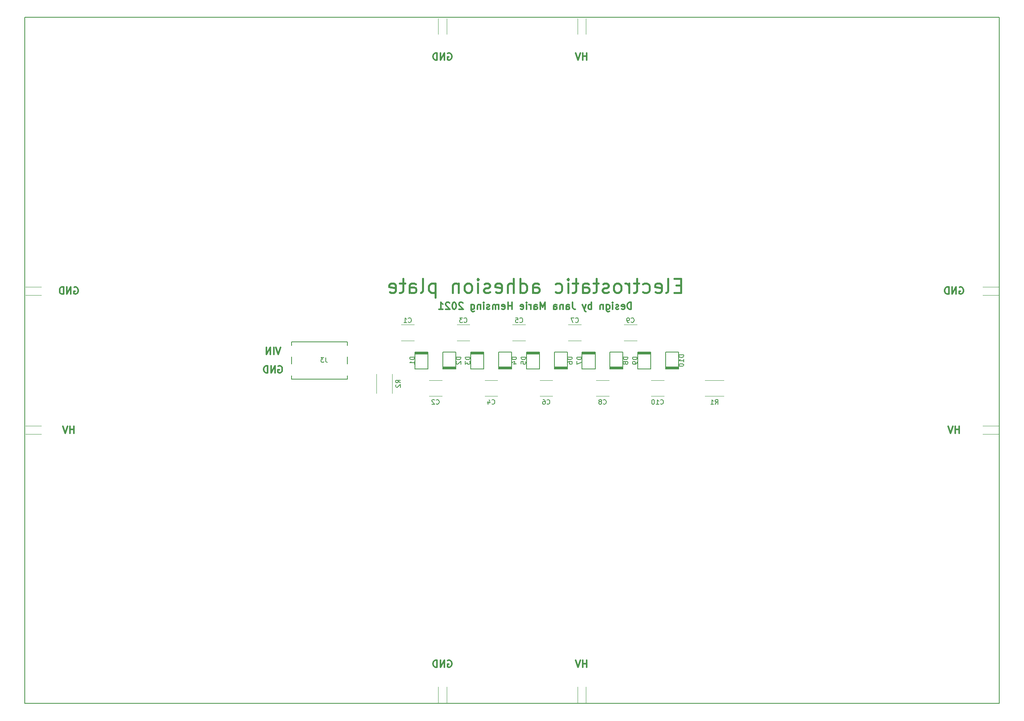
<source format=gbo>
%TF.GenerationSoftware,KiCad,Pcbnew,5.1.5+dfsg1-2build2*%
%TF.CreationDate,2021-10-11T18:15:36+02:00*%
%TF.ProjectId,Statikplatte,53746174-696b-4706-9c61-7474652e6b69,rev?*%
%TF.SameCoordinates,Original*%
%TF.FileFunction,Legend,Bot*%
%TF.FilePolarity,Positive*%
%FSLAX46Y46*%
G04 Gerber Fmt 4.6, Leading zero omitted, Abs format (unit mm)*
G04 Created by KiCad (PCBNEW 5.1.5+dfsg1-2build2) date 2021-10-11 18:15:36*
%MOMM*%
%LPD*%
G04 APERTURE LIST*
%ADD10C,0.400000*%
%ADD11C,0.300000*%
%ADD12C,0.150000*%
%ADD13C,0.120000*%
G04 APERTURE END LIST*
D10*
X156357142Y-72815714D02*
X155357142Y-72815714D01*
X154928571Y-74387142D02*
X156357142Y-74387142D01*
X156357142Y-71387142D01*
X154928571Y-71387142D01*
X153214285Y-74387142D02*
X153500000Y-74244285D01*
X153642857Y-73958571D01*
X153642857Y-71387142D01*
X150928571Y-74244285D02*
X151214285Y-74387142D01*
X151785714Y-74387142D01*
X152071428Y-74244285D01*
X152214285Y-73958571D01*
X152214285Y-72815714D01*
X152071428Y-72530000D01*
X151785714Y-72387142D01*
X151214285Y-72387142D01*
X150928571Y-72530000D01*
X150785714Y-72815714D01*
X150785714Y-73101428D01*
X152214285Y-73387142D01*
X148214285Y-74244285D02*
X148500000Y-74387142D01*
X149071428Y-74387142D01*
X149357142Y-74244285D01*
X149500000Y-74101428D01*
X149642857Y-73815714D01*
X149642857Y-72958571D01*
X149500000Y-72672857D01*
X149357142Y-72530000D01*
X149071428Y-72387142D01*
X148500000Y-72387142D01*
X148214285Y-72530000D01*
X147357142Y-72387142D02*
X146214285Y-72387142D01*
X146928571Y-71387142D02*
X146928571Y-73958571D01*
X146785714Y-74244285D01*
X146500000Y-74387142D01*
X146214285Y-74387142D01*
X145214285Y-74387142D02*
X145214285Y-72387142D01*
X145214285Y-72958571D02*
X145071428Y-72672857D01*
X144928571Y-72530000D01*
X144642857Y-72387142D01*
X144357142Y-72387142D01*
X142928571Y-74387142D02*
X143214285Y-74244285D01*
X143357142Y-74101428D01*
X143500000Y-73815714D01*
X143500000Y-72958571D01*
X143357142Y-72672857D01*
X143214285Y-72530000D01*
X142928571Y-72387142D01*
X142500000Y-72387142D01*
X142214285Y-72530000D01*
X142071428Y-72672857D01*
X141928571Y-72958571D01*
X141928571Y-73815714D01*
X142071428Y-74101428D01*
X142214285Y-74244285D01*
X142500000Y-74387142D01*
X142928571Y-74387142D01*
X140785714Y-74244285D02*
X140500000Y-74387142D01*
X139928571Y-74387142D01*
X139642857Y-74244285D01*
X139500000Y-73958571D01*
X139500000Y-73815714D01*
X139642857Y-73530000D01*
X139928571Y-73387142D01*
X140357142Y-73387142D01*
X140642857Y-73244285D01*
X140785714Y-72958571D01*
X140785714Y-72815714D01*
X140642857Y-72530000D01*
X140357142Y-72387142D01*
X139928571Y-72387142D01*
X139642857Y-72530000D01*
X138642857Y-72387142D02*
X137500000Y-72387142D01*
X138214285Y-71387142D02*
X138214285Y-73958571D01*
X138071428Y-74244285D01*
X137785714Y-74387142D01*
X137500000Y-74387142D01*
X135214285Y-74387142D02*
X135214285Y-72815714D01*
X135357142Y-72530000D01*
X135642857Y-72387142D01*
X136214285Y-72387142D01*
X136500000Y-72530000D01*
X135214285Y-74244285D02*
X135500000Y-74387142D01*
X136214285Y-74387142D01*
X136500000Y-74244285D01*
X136642857Y-73958571D01*
X136642857Y-73672857D01*
X136500000Y-73387142D01*
X136214285Y-73244285D01*
X135500000Y-73244285D01*
X135214285Y-73101428D01*
X134214285Y-72387142D02*
X133071428Y-72387142D01*
X133785714Y-71387142D02*
X133785714Y-73958571D01*
X133642857Y-74244285D01*
X133357142Y-74387142D01*
X133071428Y-74387142D01*
X132071428Y-74387142D02*
X132071428Y-72387142D01*
X132071428Y-71387142D02*
X132214285Y-71530000D01*
X132071428Y-71672857D01*
X131928571Y-71530000D01*
X132071428Y-71387142D01*
X132071428Y-71672857D01*
X129357142Y-74244285D02*
X129642857Y-74387142D01*
X130214285Y-74387142D01*
X130499999Y-74244285D01*
X130642857Y-74101428D01*
X130785714Y-73815714D01*
X130785714Y-72958571D01*
X130642857Y-72672857D01*
X130499999Y-72530000D01*
X130214285Y-72387142D01*
X129642857Y-72387142D01*
X129357142Y-72530000D01*
X124499999Y-74387142D02*
X124499999Y-72815714D01*
X124642857Y-72530000D01*
X124928571Y-72387142D01*
X125499999Y-72387142D01*
X125785714Y-72530000D01*
X124499999Y-74244285D02*
X124785714Y-74387142D01*
X125499999Y-74387142D01*
X125785714Y-74244285D01*
X125928571Y-73958571D01*
X125928571Y-73672857D01*
X125785714Y-73387142D01*
X125499999Y-73244285D01*
X124785714Y-73244285D01*
X124499999Y-73101428D01*
X121785714Y-74387142D02*
X121785714Y-71387142D01*
X121785714Y-74244285D02*
X122071428Y-74387142D01*
X122642857Y-74387142D01*
X122928571Y-74244285D01*
X123071428Y-74101428D01*
X123214285Y-73815714D01*
X123214285Y-72958571D01*
X123071428Y-72672857D01*
X122928571Y-72530000D01*
X122642857Y-72387142D01*
X122071428Y-72387142D01*
X121785714Y-72530000D01*
X120357142Y-74387142D02*
X120357142Y-71387142D01*
X119071428Y-74387142D02*
X119071428Y-72815714D01*
X119214285Y-72530000D01*
X119499999Y-72387142D01*
X119928571Y-72387142D01*
X120214285Y-72530000D01*
X120357142Y-72672857D01*
X116499999Y-74244285D02*
X116785714Y-74387142D01*
X117357142Y-74387142D01*
X117642857Y-74244285D01*
X117785714Y-73958571D01*
X117785714Y-72815714D01*
X117642857Y-72530000D01*
X117357142Y-72387142D01*
X116785714Y-72387142D01*
X116499999Y-72530000D01*
X116357142Y-72815714D01*
X116357142Y-73101428D01*
X117785714Y-73387142D01*
X115214285Y-74244285D02*
X114928571Y-74387142D01*
X114357142Y-74387142D01*
X114071428Y-74244285D01*
X113928571Y-73958571D01*
X113928571Y-73815714D01*
X114071428Y-73530000D01*
X114357142Y-73387142D01*
X114785714Y-73387142D01*
X115071428Y-73244285D01*
X115214285Y-72958571D01*
X115214285Y-72815714D01*
X115071428Y-72530000D01*
X114785714Y-72387142D01*
X114357142Y-72387142D01*
X114071428Y-72530000D01*
X112642857Y-74387142D02*
X112642857Y-72387142D01*
X112642857Y-71387142D02*
X112785714Y-71530000D01*
X112642857Y-71672857D01*
X112499999Y-71530000D01*
X112642857Y-71387142D01*
X112642857Y-71672857D01*
X110785714Y-74387142D02*
X111071428Y-74244285D01*
X111214285Y-74101428D01*
X111357142Y-73815714D01*
X111357142Y-72958571D01*
X111214285Y-72672857D01*
X111071428Y-72530000D01*
X110785714Y-72387142D01*
X110357142Y-72387142D01*
X110071428Y-72530000D01*
X109928571Y-72672857D01*
X109785714Y-72958571D01*
X109785714Y-73815714D01*
X109928571Y-74101428D01*
X110071428Y-74244285D01*
X110357142Y-74387142D01*
X110785714Y-74387142D01*
X108499999Y-72387142D02*
X108499999Y-74387142D01*
X108499999Y-72672857D02*
X108357142Y-72530000D01*
X108071428Y-72387142D01*
X107642857Y-72387142D01*
X107357142Y-72530000D01*
X107214285Y-72815714D01*
X107214285Y-74387142D01*
X103499999Y-72387142D02*
X103499999Y-75387142D01*
X103499999Y-72530000D02*
X103214285Y-72387142D01*
X102642857Y-72387142D01*
X102357142Y-72530000D01*
X102214285Y-72672857D01*
X102071428Y-72958571D01*
X102071428Y-73815714D01*
X102214285Y-74101428D01*
X102357142Y-74244285D01*
X102642857Y-74387142D01*
X103214285Y-74387142D01*
X103499999Y-74244285D01*
X100357142Y-74387142D02*
X100642857Y-74244285D01*
X100785714Y-73958571D01*
X100785714Y-71387142D01*
X97928571Y-74387142D02*
X97928571Y-72815714D01*
X98071428Y-72530000D01*
X98357142Y-72387142D01*
X98928571Y-72387142D01*
X99214285Y-72530000D01*
X97928571Y-74244285D02*
X98214285Y-74387142D01*
X98928571Y-74387142D01*
X99214285Y-74244285D01*
X99357142Y-73958571D01*
X99357142Y-73672857D01*
X99214285Y-73387142D01*
X98928571Y-73244285D01*
X98214285Y-73244285D01*
X97928571Y-73101428D01*
X96928571Y-72387142D02*
X95785714Y-72387142D01*
X96499999Y-71387142D02*
X96499999Y-73958571D01*
X96357142Y-74244285D01*
X96071428Y-74387142D01*
X95785714Y-74387142D01*
X93642857Y-74244285D02*
X93928571Y-74387142D01*
X94499999Y-74387142D01*
X94785714Y-74244285D01*
X94928571Y-73958571D01*
X94928571Y-72815714D01*
X94785714Y-72530000D01*
X94499999Y-72387142D01*
X93928571Y-72387142D01*
X93642857Y-72530000D01*
X93499999Y-72815714D01*
X93499999Y-73101428D01*
X94928571Y-73387142D01*
D11*
X216392857Y-73250000D02*
X216535714Y-73178571D01*
X216750000Y-73178571D01*
X216964285Y-73250000D01*
X217107142Y-73392857D01*
X217178571Y-73535714D01*
X217250000Y-73821428D01*
X217250000Y-74035714D01*
X217178571Y-74321428D01*
X217107142Y-74464285D01*
X216964285Y-74607142D01*
X216750000Y-74678571D01*
X216607142Y-74678571D01*
X216392857Y-74607142D01*
X216321428Y-74535714D01*
X216321428Y-74035714D01*
X216607142Y-74035714D01*
X215678571Y-74678571D02*
X215678571Y-73178571D01*
X214821428Y-74678571D01*
X214821428Y-73178571D01*
X214107142Y-74678571D02*
X214107142Y-73178571D01*
X213750000Y-73178571D01*
X213535714Y-73250000D01*
X213392857Y-73392857D01*
X213321428Y-73535714D01*
X213250000Y-73821428D01*
X213250000Y-74035714D01*
X213321428Y-74321428D01*
X213392857Y-74464285D01*
X213535714Y-74607142D01*
X213750000Y-74678571D01*
X214107142Y-74678571D01*
X25642857Y-73250000D02*
X25785714Y-73178571D01*
X26000000Y-73178571D01*
X26214285Y-73250000D01*
X26357142Y-73392857D01*
X26428571Y-73535714D01*
X26500000Y-73821428D01*
X26500000Y-74035714D01*
X26428571Y-74321428D01*
X26357142Y-74464285D01*
X26214285Y-74607142D01*
X26000000Y-74678571D01*
X25857142Y-74678571D01*
X25642857Y-74607142D01*
X25571428Y-74535714D01*
X25571428Y-74035714D01*
X25857142Y-74035714D01*
X24928571Y-74678571D02*
X24928571Y-73178571D01*
X24071428Y-74678571D01*
X24071428Y-73178571D01*
X23357142Y-74678571D02*
X23357142Y-73178571D01*
X23000000Y-73178571D01*
X22785714Y-73250000D01*
X22642857Y-73392857D01*
X22571428Y-73535714D01*
X22500000Y-73821428D01*
X22500000Y-74035714D01*
X22571428Y-74321428D01*
X22642857Y-74464285D01*
X22785714Y-74607142D01*
X23000000Y-74678571D01*
X23357142Y-74678571D01*
X106142857Y-153750000D02*
X106285714Y-153678571D01*
X106500000Y-153678571D01*
X106714285Y-153750000D01*
X106857142Y-153892857D01*
X106928571Y-154035714D01*
X107000000Y-154321428D01*
X107000000Y-154535714D01*
X106928571Y-154821428D01*
X106857142Y-154964285D01*
X106714285Y-155107142D01*
X106500000Y-155178571D01*
X106357142Y-155178571D01*
X106142857Y-155107142D01*
X106071428Y-155035714D01*
X106071428Y-154535714D01*
X106357142Y-154535714D01*
X105428571Y-155178571D02*
X105428571Y-153678571D01*
X104571428Y-155178571D01*
X104571428Y-153678571D01*
X103857142Y-155178571D02*
X103857142Y-153678571D01*
X103500000Y-153678571D01*
X103285714Y-153750000D01*
X103142857Y-153892857D01*
X103071428Y-154035714D01*
X103000000Y-154321428D01*
X103000000Y-154535714D01*
X103071428Y-154821428D01*
X103142857Y-154964285D01*
X103285714Y-155107142D01*
X103500000Y-155178571D01*
X103857142Y-155178571D01*
X106142857Y-22750000D02*
X106285714Y-22678571D01*
X106500000Y-22678571D01*
X106714285Y-22750000D01*
X106857142Y-22892857D01*
X106928571Y-23035714D01*
X107000000Y-23321428D01*
X107000000Y-23535714D01*
X106928571Y-23821428D01*
X106857142Y-23964285D01*
X106714285Y-24107142D01*
X106500000Y-24178571D01*
X106357142Y-24178571D01*
X106142857Y-24107142D01*
X106071428Y-24035714D01*
X106071428Y-23535714D01*
X106357142Y-23535714D01*
X105428571Y-24178571D02*
X105428571Y-22678571D01*
X104571428Y-24178571D01*
X104571428Y-22678571D01*
X103857142Y-24178571D02*
X103857142Y-22678571D01*
X103500000Y-22678571D01*
X103285714Y-22750000D01*
X103142857Y-22892857D01*
X103071428Y-23035714D01*
X103000000Y-23321428D01*
X103000000Y-23535714D01*
X103071428Y-23821428D01*
X103142857Y-23964285D01*
X103285714Y-24107142D01*
X103500000Y-24178571D01*
X103857142Y-24178571D01*
X136071428Y-24178571D02*
X136071428Y-22678571D01*
X136071428Y-23392857D02*
X135214285Y-23392857D01*
X135214285Y-24178571D02*
X135214285Y-22678571D01*
X134714285Y-22678571D02*
X134214285Y-24178571D01*
X133714285Y-22678571D01*
X136071428Y-155178571D02*
X136071428Y-153678571D01*
X136071428Y-154392857D02*
X135214285Y-154392857D01*
X135214285Y-155178571D02*
X135214285Y-153678571D01*
X134714285Y-153678571D02*
X134214285Y-155178571D01*
X133714285Y-153678571D01*
X216321428Y-104678571D02*
X216321428Y-103178571D01*
X216321428Y-103892857D02*
X215464285Y-103892857D01*
X215464285Y-104678571D02*
X215464285Y-103178571D01*
X214964285Y-103178571D02*
X214464285Y-104678571D01*
X213964285Y-103178571D01*
X25571428Y-104678571D02*
X25571428Y-103178571D01*
X25571428Y-103892857D02*
X24714285Y-103892857D01*
X24714285Y-104678571D02*
X24714285Y-103178571D01*
X24214285Y-103178571D02*
X23714285Y-104678571D01*
X23214285Y-103178571D01*
X145678571Y-77953571D02*
X145678571Y-76453571D01*
X145321428Y-76453571D01*
X145107142Y-76525000D01*
X144964285Y-76667857D01*
X144892857Y-76810714D01*
X144821428Y-77096428D01*
X144821428Y-77310714D01*
X144892857Y-77596428D01*
X144964285Y-77739285D01*
X145107142Y-77882142D01*
X145321428Y-77953571D01*
X145678571Y-77953571D01*
X143607142Y-77882142D02*
X143750000Y-77953571D01*
X144035714Y-77953571D01*
X144178571Y-77882142D01*
X144250000Y-77739285D01*
X144250000Y-77167857D01*
X144178571Y-77025000D01*
X144035714Y-76953571D01*
X143750000Y-76953571D01*
X143607142Y-77025000D01*
X143535714Y-77167857D01*
X143535714Y-77310714D01*
X144250000Y-77453571D01*
X142964285Y-77882142D02*
X142821428Y-77953571D01*
X142535714Y-77953571D01*
X142392857Y-77882142D01*
X142321428Y-77739285D01*
X142321428Y-77667857D01*
X142392857Y-77525000D01*
X142535714Y-77453571D01*
X142750000Y-77453571D01*
X142892857Y-77382142D01*
X142964285Y-77239285D01*
X142964285Y-77167857D01*
X142892857Y-77025000D01*
X142750000Y-76953571D01*
X142535714Y-76953571D01*
X142392857Y-77025000D01*
X141678571Y-77953571D02*
X141678571Y-76953571D01*
X141678571Y-76453571D02*
X141750000Y-76525000D01*
X141678571Y-76596428D01*
X141607142Y-76525000D01*
X141678571Y-76453571D01*
X141678571Y-76596428D01*
X140321428Y-76953571D02*
X140321428Y-78167857D01*
X140392857Y-78310714D01*
X140464285Y-78382142D01*
X140607142Y-78453571D01*
X140821428Y-78453571D01*
X140964285Y-78382142D01*
X140321428Y-77882142D02*
X140464285Y-77953571D01*
X140750000Y-77953571D01*
X140892857Y-77882142D01*
X140964285Y-77810714D01*
X141035714Y-77667857D01*
X141035714Y-77239285D01*
X140964285Y-77096428D01*
X140892857Y-77025000D01*
X140750000Y-76953571D01*
X140464285Y-76953571D01*
X140321428Y-77025000D01*
X139607142Y-76953571D02*
X139607142Y-77953571D01*
X139607142Y-77096428D02*
X139535714Y-77025000D01*
X139392857Y-76953571D01*
X139178571Y-76953571D01*
X139035714Y-77025000D01*
X138964285Y-77167857D01*
X138964285Y-77953571D01*
X137107142Y-77953571D02*
X137107142Y-76453571D01*
X137107142Y-77025000D02*
X136964285Y-76953571D01*
X136678571Y-76953571D01*
X136535714Y-77025000D01*
X136464285Y-77096428D01*
X136392857Y-77239285D01*
X136392857Y-77667857D01*
X136464285Y-77810714D01*
X136535714Y-77882142D01*
X136678571Y-77953571D01*
X136964285Y-77953571D01*
X137107142Y-77882142D01*
X135892857Y-76953571D02*
X135535714Y-77953571D01*
X135178571Y-76953571D02*
X135535714Y-77953571D01*
X135678571Y-78310714D01*
X135750000Y-78382142D01*
X135892857Y-78453571D01*
X133035714Y-76453571D02*
X133035714Y-77525000D01*
X133107142Y-77739285D01*
X133250000Y-77882142D01*
X133464285Y-77953571D01*
X133607142Y-77953571D01*
X131678571Y-77953571D02*
X131678571Y-77167857D01*
X131750000Y-77025000D01*
X131892857Y-76953571D01*
X132178571Y-76953571D01*
X132321428Y-77025000D01*
X131678571Y-77882142D02*
X131821428Y-77953571D01*
X132178571Y-77953571D01*
X132321428Y-77882142D01*
X132392857Y-77739285D01*
X132392857Y-77596428D01*
X132321428Y-77453571D01*
X132178571Y-77382142D01*
X131821428Y-77382142D01*
X131678571Y-77310714D01*
X130964285Y-76953571D02*
X130964285Y-77953571D01*
X130964285Y-77096428D02*
X130892857Y-77025000D01*
X130750000Y-76953571D01*
X130535714Y-76953571D01*
X130392857Y-77025000D01*
X130321428Y-77167857D01*
X130321428Y-77953571D01*
X128964285Y-77953571D02*
X128964285Y-77167857D01*
X129035714Y-77025000D01*
X129178571Y-76953571D01*
X129464285Y-76953571D01*
X129607142Y-77025000D01*
X128964285Y-77882142D02*
X129107142Y-77953571D01*
X129464285Y-77953571D01*
X129607142Y-77882142D01*
X129678571Y-77739285D01*
X129678571Y-77596428D01*
X129607142Y-77453571D01*
X129464285Y-77382142D01*
X129107142Y-77382142D01*
X128964285Y-77310714D01*
X127107142Y-77953571D02*
X127107142Y-76453571D01*
X126607142Y-77525000D01*
X126107142Y-76453571D01*
X126107142Y-77953571D01*
X124750000Y-77953571D02*
X124750000Y-77167857D01*
X124821428Y-77025000D01*
X124964285Y-76953571D01*
X125250000Y-76953571D01*
X125392857Y-77025000D01*
X124750000Y-77882142D02*
X124892857Y-77953571D01*
X125250000Y-77953571D01*
X125392857Y-77882142D01*
X125464285Y-77739285D01*
X125464285Y-77596428D01*
X125392857Y-77453571D01*
X125250000Y-77382142D01*
X124892857Y-77382142D01*
X124750000Y-77310714D01*
X124035714Y-77953571D02*
X124035714Y-76953571D01*
X124035714Y-77239285D02*
X123964285Y-77096428D01*
X123892857Y-77025000D01*
X123750000Y-76953571D01*
X123607142Y-76953571D01*
X123107142Y-77953571D02*
X123107142Y-76953571D01*
X123107142Y-76453571D02*
X123178571Y-76525000D01*
X123107142Y-76596428D01*
X123035714Y-76525000D01*
X123107142Y-76453571D01*
X123107142Y-76596428D01*
X121821428Y-77882142D02*
X121964285Y-77953571D01*
X122250000Y-77953571D01*
X122392857Y-77882142D01*
X122464285Y-77739285D01*
X122464285Y-77167857D01*
X122392857Y-77025000D01*
X122250000Y-76953571D01*
X121964285Y-76953571D01*
X121821428Y-77025000D01*
X121750000Y-77167857D01*
X121750000Y-77310714D01*
X122464285Y-77453571D01*
X119964285Y-77953571D02*
X119964285Y-76453571D01*
X119964285Y-77167857D02*
X119107142Y-77167857D01*
X119107142Y-77953571D02*
X119107142Y-76453571D01*
X117821428Y-77882142D02*
X117964285Y-77953571D01*
X118250000Y-77953571D01*
X118392857Y-77882142D01*
X118464285Y-77739285D01*
X118464285Y-77167857D01*
X118392857Y-77025000D01*
X118250000Y-76953571D01*
X117964285Y-76953571D01*
X117821428Y-77025000D01*
X117750000Y-77167857D01*
X117750000Y-77310714D01*
X118464285Y-77453571D01*
X117107142Y-77953571D02*
X117107142Y-76953571D01*
X117107142Y-77096428D02*
X117035714Y-77025000D01*
X116892857Y-76953571D01*
X116678571Y-76953571D01*
X116535714Y-77025000D01*
X116464285Y-77167857D01*
X116464285Y-77953571D01*
X116464285Y-77167857D02*
X116392857Y-77025000D01*
X116250000Y-76953571D01*
X116035714Y-76953571D01*
X115892857Y-77025000D01*
X115821428Y-77167857D01*
X115821428Y-77953571D01*
X115178571Y-77882142D02*
X115035714Y-77953571D01*
X114750000Y-77953571D01*
X114607142Y-77882142D01*
X114535714Y-77739285D01*
X114535714Y-77667857D01*
X114607142Y-77525000D01*
X114750000Y-77453571D01*
X114964285Y-77453571D01*
X115107142Y-77382142D01*
X115178571Y-77239285D01*
X115178571Y-77167857D01*
X115107142Y-77025000D01*
X114964285Y-76953571D01*
X114750000Y-76953571D01*
X114607142Y-77025000D01*
X113892857Y-77953571D02*
X113892857Y-76953571D01*
X113892857Y-76453571D02*
X113964285Y-76525000D01*
X113892857Y-76596428D01*
X113821428Y-76525000D01*
X113892857Y-76453571D01*
X113892857Y-76596428D01*
X113178571Y-76953571D02*
X113178571Y-77953571D01*
X113178571Y-77096428D02*
X113107142Y-77025000D01*
X112964285Y-76953571D01*
X112750000Y-76953571D01*
X112607142Y-77025000D01*
X112535714Y-77167857D01*
X112535714Y-77953571D01*
X111178571Y-76953571D02*
X111178571Y-78167857D01*
X111250000Y-78310714D01*
X111321428Y-78382142D01*
X111464285Y-78453571D01*
X111678571Y-78453571D01*
X111821428Y-78382142D01*
X111178571Y-77882142D02*
X111321428Y-77953571D01*
X111607142Y-77953571D01*
X111750000Y-77882142D01*
X111821428Y-77810714D01*
X111892857Y-77667857D01*
X111892857Y-77239285D01*
X111821428Y-77096428D01*
X111750000Y-77025000D01*
X111607142Y-76953571D01*
X111321428Y-76953571D01*
X111178571Y-77025000D01*
X109392857Y-76596428D02*
X109321428Y-76525000D01*
X109178571Y-76453571D01*
X108821428Y-76453571D01*
X108678571Y-76525000D01*
X108607142Y-76596428D01*
X108535714Y-76739285D01*
X108535714Y-76882142D01*
X108607142Y-77096428D01*
X109464285Y-77953571D01*
X108535714Y-77953571D01*
X107607142Y-76453571D02*
X107464285Y-76453571D01*
X107321428Y-76525000D01*
X107250000Y-76596428D01*
X107178571Y-76739285D01*
X107107142Y-77025000D01*
X107107142Y-77382142D01*
X107178571Y-77667857D01*
X107250000Y-77810714D01*
X107321428Y-77882142D01*
X107464285Y-77953571D01*
X107607142Y-77953571D01*
X107750000Y-77882142D01*
X107821428Y-77810714D01*
X107892857Y-77667857D01*
X107964285Y-77382142D01*
X107964285Y-77025000D01*
X107892857Y-76739285D01*
X107821428Y-76596428D01*
X107750000Y-76525000D01*
X107607142Y-76453571D01*
X106535714Y-76596428D02*
X106464285Y-76525000D01*
X106321428Y-76453571D01*
X105964285Y-76453571D01*
X105821428Y-76525000D01*
X105750000Y-76596428D01*
X105678571Y-76739285D01*
X105678571Y-76882142D01*
X105750000Y-77096428D01*
X106607142Y-77953571D01*
X105678571Y-77953571D01*
X104250000Y-77953571D02*
X105107142Y-77953571D01*
X104678571Y-77953571D02*
X104678571Y-76453571D01*
X104821428Y-76667857D01*
X104964285Y-76810714D01*
X105107142Y-76882142D01*
X70142857Y-86178571D02*
X69642857Y-87678571D01*
X69142857Y-86178571D01*
X68642857Y-87678571D02*
X68642857Y-86178571D01*
X67928571Y-87678571D02*
X67928571Y-86178571D01*
X67071428Y-87678571D01*
X67071428Y-86178571D01*
X69642857Y-90250000D02*
X69785714Y-90178571D01*
X70000000Y-90178571D01*
X70214285Y-90250000D01*
X70357142Y-90392857D01*
X70428571Y-90535714D01*
X70500000Y-90821428D01*
X70500000Y-91035714D01*
X70428571Y-91321428D01*
X70357142Y-91464285D01*
X70214285Y-91607142D01*
X70000000Y-91678571D01*
X69857142Y-91678571D01*
X69642857Y-91607142D01*
X69571428Y-91535714D01*
X69571428Y-91035714D01*
X69857142Y-91035714D01*
X68928571Y-91678571D02*
X68928571Y-90178571D01*
X68071428Y-91678571D01*
X68071428Y-90178571D01*
X67357142Y-91678571D02*
X67357142Y-90178571D01*
X67000000Y-90178571D01*
X66785714Y-90250000D01*
X66642857Y-90392857D01*
X66571428Y-90535714D01*
X66500000Y-90821428D01*
X66500000Y-91035714D01*
X66571428Y-91321428D01*
X66642857Y-91464285D01*
X66785714Y-91607142D01*
X67000000Y-91678571D01*
X67357142Y-91678571D01*
D12*
X15000000Y-15000000D02*
X225000000Y-15000000D01*
X225000000Y-15000000D02*
X225000000Y-163000000D01*
X15000000Y-163000000D02*
X225000000Y-163000000D01*
X15000000Y-15000000D02*
X15000000Y-163000000D01*
D13*
X105900000Y-159400000D02*
X105900000Y-162800000D01*
X104100000Y-159400000D02*
X104100000Y-162800000D01*
X18600000Y-74900000D02*
X15200000Y-74900000D01*
X18600000Y-73100000D02*
X15200000Y-73100000D01*
X104100000Y-18600000D02*
X104100000Y-15200000D01*
X105900000Y-18600000D02*
X105900000Y-15200000D01*
X221400000Y-73100000D02*
X224800000Y-73100000D01*
X221400000Y-74900000D02*
X224800000Y-74900000D01*
X135900000Y-159400000D02*
X135900000Y-162800000D01*
X134100000Y-159400000D02*
X134100000Y-162800000D01*
X221400000Y-103100000D02*
X224800000Y-103100000D01*
X221400000Y-104900000D02*
X224800000Y-104900000D01*
X18600000Y-104900000D02*
X15200000Y-104900000D01*
X18600000Y-103100000D02*
X15200000Y-103100000D01*
X104886252Y-96710000D02*
X102113748Y-96710000D01*
X104886252Y-93290000D02*
X102113748Y-93290000D01*
X110886252Y-84710000D02*
X108113748Y-84710000D01*
X110886252Y-81290000D02*
X108113748Y-81290000D01*
X116886252Y-96710000D02*
X114113748Y-96710000D01*
X116886252Y-93290000D02*
X114113748Y-93290000D01*
X122886252Y-84710000D02*
X120113748Y-84710000D01*
X122886252Y-81290000D02*
X120113748Y-81290000D01*
X128748752Y-96710000D02*
X125976248Y-96710000D01*
X128748752Y-93290000D02*
X125976248Y-93290000D01*
X134886252Y-84710000D02*
X132113748Y-84710000D01*
X134886252Y-81290000D02*
X132113748Y-81290000D01*
X140886252Y-96710000D02*
X138113748Y-96710000D01*
X140886252Y-93290000D02*
X138113748Y-93290000D01*
X146886252Y-84710000D02*
X144113748Y-84710000D01*
X146886252Y-81290000D02*
X144113748Y-81290000D01*
X152748752Y-96710000D02*
X149976248Y-96710000D01*
X152748752Y-93290000D02*
X149976248Y-93290000D01*
D12*
X155900000Y-90425000D02*
X153100000Y-90425000D01*
X155900000Y-90525000D02*
X153100000Y-90525000D01*
X155900000Y-90725000D02*
X153100000Y-90725000D01*
X155900000Y-90625000D02*
X153100000Y-90625000D01*
X153100000Y-90825000D02*
X153100000Y-87175000D01*
X155900000Y-90825000D02*
X153100000Y-90825000D01*
X155900000Y-87175000D02*
X155900000Y-90825000D01*
X153100000Y-87175000D02*
X155900000Y-87175000D01*
X107900000Y-90424999D02*
X105100000Y-90424999D01*
X107900000Y-90524999D02*
X105100000Y-90524999D01*
X107900000Y-90724999D02*
X105100000Y-90724999D01*
X107900000Y-90624999D02*
X105100000Y-90624999D01*
X105100000Y-90824999D02*
X105100000Y-87174999D01*
X107900000Y-90824999D02*
X105100000Y-90824999D01*
X107900000Y-87174999D02*
X107900000Y-90824999D01*
X105100000Y-87174999D02*
X107900000Y-87174999D01*
X111100000Y-87575000D02*
X113900000Y-87575000D01*
X111100000Y-87475000D02*
X113900000Y-87475000D01*
X111100000Y-87275000D02*
X113900000Y-87275000D01*
X111100000Y-87375000D02*
X113900000Y-87375000D01*
X113900000Y-87175000D02*
X113900000Y-90825000D01*
X111100000Y-87175000D02*
X113900000Y-87175000D01*
X111100000Y-90825000D02*
X111100000Y-87175000D01*
X113900000Y-90825000D02*
X111100000Y-90825000D01*
X119900000Y-90425000D02*
X117100000Y-90425000D01*
X119900000Y-90525000D02*
X117100000Y-90525000D01*
X119900000Y-90725000D02*
X117100000Y-90725000D01*
X119900000Y-90625000D02*
X117100000Y-90625000D01*
X117100000Y-90825000D02*
X117100000Y-87175000D01*
X119900000Y-90825000D02*
X117100000Y-90825000D01*
X119900000Y-87175000D02*
X119900000Y-90825000D01*
X117100000Y-87175000D02*
X119900000Y-87175000D01*
X123100000Y-87575000D02*
X125900000Y-87575000D01*
X123100000Y-87475000D02*
X125900000Y-87475000D01*
X123100000Y-87275000D02*
X125900000Y-87275000D01*
X123100000Y-87375000D02*
X125900000Y-87375000D01*
X125900000Y-87175000D02*
X125900000Y-90825000D01*
X123100000Y-87175000D02*
X125900000Y-87175000D01*
X123100000Y-90825000D02*
X123100000Y-87175000D01*
X125900000Y-90825000D02*
X123100000Y-90825000D01*
X131900000Y-90424999D02*
X129100000Y-90424999D01*
X131900000Y-90524999D02*
X129100000Y-90524999D01*
X131900000Y-90724999D02*
X129100000Y-90724999D01*
X131900000Y-90624999D02*
X129100000Y-90624999D01*
X129100000Y-90824999D02*
X129100000Y-87174999D01*
X131900000Y-90824999D02*
X129100000Y-90824999D01*
X131900000Y-87174999D02*
X131900000Y-90824999D01*
X129100000Y-87174999D02*
X131900000Y-87174999D01*
X135100000Y-87575001D02*
X137900000Y-87575001D01*
X135100000Y-87475001D02*
X137900000Y-87475001D01*
X135100000Y-87275001D02*
X137900000Y-87275001D01*
X135100000Y-87375001D02*
X137900000Y-87375001D01*
X137900000Y-87175001D02*
X137900000Y-90825001D01*
X135100000Y-87175001D02*
X137900000Y-87175001D01*
X135100000Y-90825001D02*
X135100000Y-87175001D01*
X137900000Y-90825001D02*
X135100000Y-90825001D01*
X143900000Y-90425000D02*
X141100000Y-90425000D01*
X143900000Y-90525000D02*
X141100000Y-90525000D01*
X143900000Y-90725000D02*
X141100000Y-90725000D01*
X143900000Y-90625000D02*
X141100000Y-90625000D01*
X141100000Y-90825000D02*
X141100000Y-87175000D01*
X143900000Y-90825000D02*
X141100000Y-90825000D01*
X143900000Y-87175000D02*
X143900000Y-90825000D01*
X141100000Y-87175000D02*
X143900000Y-87175000D01*
X147100000Y-87575000D02*
X149900000Y-87575000D01*
X147100000Y-87475000D02*
X149900000Y-87475000D01*
X147100000Y-87275000D02*
X149900000Y-87275000D01*
X147100000Y-87375000D02*
X149900000Y-87375000D01*
X149900000Y-87175000D02*
X149900000Y-90825000D01*
X147100000Y-87175000D02*
X149900000Y-87175000D01*
X147100000Y-90825000D02*
X147100000Y-87175000D01*
X149900000Y-90825000D02*
X147100000Y-90825000D01*
D13*
X98886252Y-84710000D02*
X96113748Y-84710000D01*
X98886252Y-81290000D02*
X96113748Y-81290000D01*
X165652064Y-96710000D02*
X161547936Y-96710000D01*
X165652064Y-93290000D02*
X161547936Y-93290000D01*
D12*
X99100000Y-87575000D02*
X101900000Y-87575000D01*
X99100000Y-87475000D02*
X101900000Y-87475000D01*
X99100000Y-87275000D02*
X101900000Y-87275000D01*
X99100000Y-87375000D02*
X101900000Y-87375000D01*
X101900000Y-87175000D02*
X101900000Y-90825000D01*
X99100000Y-87175000D02*
X101900000Y-87175000D01*
X99100000Y-90825000D02*
X99100000Y-87175000D01*
X101900000Y-90825000D02*
X99100000Y-90825000D01*
X72500000Y-88250000D02*
X72500000Y-89750000D01*
X72500000Y-92250000D02*
X72500000Y-93000000D01*
X84500000Y-92250000D02*
X84500000Y-93000000D01*
X84500000Y-88250000D02*
X84500000Y-89750000D01*
X84500000Y-85000000D02*
X84500000Y-85750000D01*
X72500000Y-85000000D02*
X72500000Y-85750000D01*
X72500000Y-93000000D02*
X84500000Y-93000000D01*
X84500000Y-85000000D02*
X72500000Y-85000000D01*
D13*
X90790000Y-96052064D02*
X90790000Y-91947936D01*
X94210000Y-96052064D02*
X94210000Y-91947936D01*
X134100000Y-18600000D02*
X134100000Y-15200000D01*
X135900000Y-18600000D02*
X135900000Y-15200000D01*
D12*
X103666666Y-98357142D02*
X103714285Y-98404761D01*
X103857142Y-98452380D01*
X103952380Y-98452380D01*
X104095238Y-98404761D01*
X104190476Y-98309523D01*
X104238095Y-98214285D01*
X104285714Y-98023809D01*
X104285714Y-97880952D01*
X104238095Y-97690476D01*
X104190476Y-97595238D01*
X104095238Y-97500000D01*
X103952380Y-97452380D01*
X103857142Y-97452380D01*
X103714285Y-97500000D01*
X103666666Y-97547619D01*
X103285714Y-97547619D02*
X103238095Y-97500000D01*
X103142857Y-97452380D01*
X102904761Y-97452380D01*
X102809523Y-97500000D01*
X102761904Y-97547619D01*
X102714285Y-97642857D01*
X102714285Y-97738095D01*
X102761904Y-97880952D01*
X103333333Y-98452380D01*
X102714285Y-98452380D01*
X109666666Y-80707142D02*
X109714285Y-80754761D01*
X109857142Y-80802380D01*
X109952380Y-80802380D01*
X110095238Y-80754761D01*
X110190476Y-80659523D01*
X110238095Y-80564285D01*
X110285714Y-80373809D01*
X110285714Y-80230952D01*
X110238095Y-80040476D01*
X110190476Y-79945238D01*
X110095238Y-79850000D01*
X109952380Y-79802380D01*
X109857142Y-79802380D01*
X109714285Y-79850000D01*
X109666666Y-79897619D01*
X109333333Y-79802380D02*
X108714285Y-79802380D01*
X109047619Y-80183333D01*
X108904761Y-80183333D01*
X108809523Y-80230952D01*
X108761904Y-80278571D01*
X108714285Y-80373809D01*
X108714285Y-80611904D01*
X108761904Y-80707142D01*
X108809523Y-80754761D01*
X108904761Y-80802380D01*
X109190476Y-80802380D01*
X109285714Y-80754761D01*
X109333333Y-80707142D01*
X115666666Y-98357142D02*
X115714285Y-98404761D01*
X115857142Y-98452380D01*
X115952380Y-98452380D01*
X116095238Y-98404761D01*
X116190476Y-98309523D01*
X116238095Y-98214285D01*
X116285714Y-98023809D01*
X116285714Y-97880952D01*
X116238095Y-97690476D01*
X116190476Y-97595238D01*
X116095238Y-97500000D01*
X115952380Y-97452380D01*
X115857142Y-97452380D01*
X115714285Y-97500000D01*
X115666666Y-97547619D01*
X114809523Y-97785714D02*
X114809523Y-98452380D01*
X115047619Y-97404761D02*
X115285714Y-98119047D01*
X114666666Y-98119047D01*
X121666666Y-80707142D02*
X121714285Y-80754761D01*
X121857142Y-80802380D01*
X121952380Y-80802380D01*
X122095238Y-80754761D01*
X122190476Y-80659523D01*
X122238095Y-80564285D01*
X122285714Y-80373809D01*
X122285714Y-80230952D01*
X122238095Y-80040476D01*
X122190476Y-79945238D01*
X122095238Y-79850000D01*
X121952380Y-79802380D01*
X121857142Y-79802380D01*
X121714285Y-79850000D01*
X121666666Y-79897619D01*
X120761904Y-79802380D02*
X121238095Y-79802380D01*
X121285714Y-80278571D01*
X121238095Y-80230952D01*
X121142857Y-80183333D01*
X120904761Y-80183333D01*
X120809523Y-80230952D01*
X120761904Y-80278571D01*
X120714285Y-80373809D01*
X120714285Y-80611904D01*
X120761904Y-80707142D01*
X120809523Y-80754761D01*
X120904761Y-80802380D01*
X121142857Y-80802380D01*
X121238095Y-80754761D01*
X121285714Y-80707142D01*
X127529166Y-98357142D02*
X127576785Y-98404761D01*
X127719642Y-98452380D01*
X127814880Y-98452380D01*
X127957738Y-98404761D01*
X128052976Y-98309523D01*
X128100595Y-98214285D01*
X128148214Y-98023809D01*
X128148214Y-97880952D01*
X128100595Y-97690476D01*
X128052976Y-97595238D01*
X127957738Y-97500000D01*
X127814880Y-97452380D01*
X127719642Y-97452380D01*
X127576785Y-97500000D01*
X127529166Y-97547619D01*
X126672023Y-97452380D02*
X126862500Y-97452380D01*
X126957738Y-97500000D01*
X127005357Y-97547619D01*
X127100595Y-97690476D01*
X127148214Y-97880952D01*
X127148214Y-98261904D01*
X127100595Y-98357142D01*
X127052976Y-98404761D01*
X126957738Y-98452380D01*
X126767261Y-98452380D01*
X126672023Y-98404761D01*
X126624404Y-98357142D01*
X126576785Y-98261904D01*
X126576785Y-98023809D01*
X126624404Y-97928571D01*
X126672023Y-97880952D01*
X126767261Y-97833333D01*
X126957738Y-97833333D01*
X127052976Y-97880952D01*
X127100595Y-97928571D01*
X127148214Y-98023809D01*
X133666666Y-80707142D02*
X133714285Y-80754761D01*
X133857142Y-80802380D01*
X133952380Y-80802380D01*
X134095238Y-80754761D01*
X134190476Y-80659523D01*
X134238095Y-80564285D01*
X134285714Y-80373809D01*
X134285714Y-80230952D01*
X134238095Y-80040476D01*
X134190476Y-79945238D01*
X134095238Y-79850000D01*
X133952380Y-79802380D01*
X133857142Y-79802380D01*
X133714285Y-79850000D01*
X133666666Y-79897619D01*
X133333333Y-79802380D02*
X132666666Y-79802380D01*
X133095238Y-80802380D01*
X139666666Y-98357142D02*
X139714285Y-98404761D01*
X139857142Y-98452380D01*
X139952380Y-98452380D01*
X140095238Y-98404761D01*
X140190476Y-98309523D01*
X140238095Y-98214285D01*
X140285714Y-98023809D01*
X140285714Y-97880952D01*
X140238095Y-97690476D01*
X140190476Y-97595238D01*
X140095238Y-97500000D01*
X139952380Y-97452380D01*
X139857142Y-97452380D01*
X139714285Y-97500000D01*
X139666666Y-97547619D01*
X139095238Y-97880952D02*
X139190476Y-97833333D01*
X139238095Y-97785714D01*
X139285714Y-97690476D01*
X139285714Y-97642857D01*
X139238095Y-97547619D01*
X139190476Y-97500000D01*
X139095238Y-97452380D01*
X138904761Y-97452380D01*
X138809523Y-97500000D01*
X138761904Y-97547619D01*
X138714285Y-97642857D01*
X138714285Y-97690476D01*
X138761904Y-97785714D01*
X138809523Y-97833333D01*
X138904761Y-97880952D01*
X139095238Y-97880952D01*
X139190476Y-97928571D01*
X139238095Y-97976190D01*
X139285714Y-98071428D01*
X139285714Y-98261904D01*
X139238095Y-98357142D01*
X139190476Y-98404761D01*
X139095238Y-98452380D01*
X138904761Y-98452380D01*
X138809523Y-98404761D01*
X138761904Y-98357142D01*
X138714285Y-98261904D01*
X138714285Y-98071428D01*
X138761904Y-97976190D01*
X138809523Y-97928571D01*
X138904761Y-97880952D01*
X145666666Y-80707142D02*
X145714285Y-80754761D01*
X145857142Y-80802380D01*
X145952380Y-80802380D01*
X146095238Y-80754761D01*
X146190476Y-80659523D01*
X146238095Y-80564285D01*
X146285714Y-80373809D01*
X146285714Y-80230952D01*
X146238095Y-80040476D01*
X146190476Y-79945238D01*
X146095238Y-79850000D01*
X145952380Y-79802380D01*
X145857142Y-79802380D01*
X145714285Y-79850000D01*
X145666666Y-79897619D01*
X145190476Y-80802380D02*
X145000000Y-80802380D01*
X144904761Y-80754761D01*
X144857142Y-80707142D01*
X144761904Y-80564285D01*
X144714285Y-80373809D01*
X144714285Y-79992857D01*
X144761904Y-79897619D01*
X144809523Y-79850000D01*
X144904761Y-79802380D01*
X145095238Y-79802380D01*
X145190476Y-79850000D01*
X145238095Y-79897619D01*
X145285714Y-79992857D01*
X145285714Y-80230952D01*
X145238095Y-80326190D01*
X145190476Y-80373809D01*
X145095238Y-80421428D01*
X144904761Y-80421428D01*
X144809523Y-80373809D01*
X144761904Y-80326190D01*
X144714285Y-80230952D01*
X152005357Y-98357142D02*
X152052976Y-98404761D01*
X152195833Y-98452380D01*
X152291071Y-98452380D01*
X152433928Y-98404761D01*
X152529166Y-98309523D01*
X152576785Y-98214285D01*
X152624404Y-98023809D01*
X152624404Y-97880952D01*
X152576785Y-97690476D01*
X152529166Y-97595238D01*
X152433928Y-97500000D01*
X152291071Y-97452380D01*
X152195833Y-97452380D01*
X152052976Y-97500000D01*
X152005357Y-97547619D01*
X151052976Y-98452380D02*
X151624404Y-98452380D01*
X151338690Y-98452380D02*
X151338690Y-97452380D01*
X151433928Y-97595238D01*
X151529166Y-97690476D01*
X151624404Y-97738095D01*
X150433928Y-97452380D02*
X150338690Y-97452380D01*
X150243452Y-97500000D01*
X150195833Y-97547619D01*
X150148214Y-97642857D01*
X150100595Y-97833333D01*
X150100595Y-98071428D01*
X150148214Y-98261904D01*
X150195833Y-98357142D01*
X150243452Y-98404761D01*
X150338690Y-98452380D01*
X150433928Y-98452380D01*
X150529166Y-98404761D01*
X150576785Y-98357142D01*
X150624404Y-98261904D01*
X150672023Y-98071428D01*
X150672023Y-97833333D01*
X150624404Y-97642857D01*
X150576785Y-97547619D01*
X150529166Y-97500000D01*
X150433928Y-97452380D01*
X156952380Y-87785714D02*
X155952380Y-87785714D01*
X155952380Y-88023809D01*
X156000000Y-88166666D01*
X156095238Y-88261904D01*
X156190476Y-88309523D01*
X156380952Y-88357142D01*
X156523809Y-88357142D01*
X156714285Y-88309523D01*
X156809523Y-88261904D01*
X156904761Y-88166666D01*
X156952380Y-88023809D01*
X156952380Y-87785714D01*
X156952380Y-89309523D02*
X156952380Y-88738095D01*
X156952380Y-89023809D02*
X155952380Y-89023809D01*
X156095238Y-88928571D01*
X156190476Y-88833333D01*
X156238095Y-88738095D01*
X155952380Y-89928571D02*
X155952380Y-90023809D01*
X156000000Y-90119047D01*
X156047619Y-90166666D01*
X156142857Y-90214285D01*
X156333333Y-90261904D01*
X156571428Y-90261904D01*
X156761904Y-90214285D01*
X156857142Y-90166666D01*
X156904761Y-90119047D01*
X156952380Y-90023809D01*
X156952380Y-89928571D01*
X156904761Y-89833333D01*
X156857142Y-89785714D01*
X156761904Y-89738095D01*
X156571428Y-89690476D01*
X156333333Y-89690476D01*
X156142857Y-89738095D01*
X156047619Y-89785714D01*
X156000000Y-89833333D01*
X155952380Y-89928571D01*
X108952380Y-88261904D02*
X107952380Y-88261904D01*
X107952380Y-88500000D01*
X108000000Y-88642857D01*
X108095238Y-88738095D01*
X108190476Y-88785714D01*
X108380952Y-88833333D01*
X108523809Y-88833333D01*
X108714285Y-88785714D01*
X108809523Y-88738095D01*
X108904761Y-88642857D01*
X108952380Y-88500000D01*
X108952380Y-88261904D01*
X108047619Y-89214285D02*
X108000000Y-89261904D01*
X107952380Y-89357142D01*
X107952380Y-89595238D01*
X108000000Y-89690476D01*
X108047619Y-89738095D01*
X108142857Y-89785714D01*
X108238095Y-89785714D01*
X108380952Y-89738095D01*
X108952380Y-89166666D01*
X108952380Y-89785714D01*
X110952380Y-88261904D02*
X109952380Y-88261904D01*
X109952380Y-88500000D01*
X110000000Y-88642857D01*
X110095238Y-88738095D01*
X110190476Y-88785714D01*
X110380952Y-88833333D01*
X110523809Y-88833333D01*
X110714285Y-88785714D01*
X110809523Y-88738095D01*
X110904761Y-88642857D01*
X110952380Y-88500000D01*
X110952380Y-88261904D01*
X109952380Y-89166666D02*
X109952380Y-89785714D01*
X110333333Y-89452380D01*
X110333333Y-89595238D01*
X110380952Y-89690476D01*
X110428571Y-89738095D01*
X110523809Y-89785714D01*
X110761904Y-89785714D01*
X110857142Y-89738095D01*
X110904761Y-89690476D01*
X110952380Y-89595238D01*
X110952380Y-89309523D01*
X110904761Y-89214285D01*
X110857142Y-89166666D01*
X120952380Y-88261904D02*
X119952380Y-88261904D01*
X119952380Y-88500000D01*
X120000000Y-88642857D01*
X120095238Y-88738095D01*
X120190476Y-88785714D01*
X120380952Y-88833333D01*
X120523809Y-88833333D01*
X120714285Y-88785714D01*
X120809523Y-88738095D01*
X120904761Y-88642857D01*
X120952380Y-88500000D01*
X120952380Y-88261904D01*
X120285714Y-89690476D02*
X120952380Y-89690476D01*
X119904761Y-89452380D02*
X120619047Y-89214285D01*
X120619047Y-89833333D01*
X122952380Y-88261904D02*
X121952380Y-88261904D01*
X121952380Y-88500000D01*
X122000000Y-88642857D01*
X122095238Y-88738095D01*
X122190476Y-88785714D01*
X122380952Y-88833333D01*
X122523809Y-88833333D01*
X122714285Y-88785714D01*
X122809523Y-88738095D01*
X122904761Y-88642857D01*
X122952380Y-88500000D01*
X122952380Y-88261904D01*
X121952380Y-89738095D02*
X121952380Y-89261904D01*
X122428571Y-89214285D01*
X122380952Y-89261904D01*
X122333333Y-89357142D01*
X122333333Y-89595238D01*
X122380952Y-89690476D01*
X122428571Y-89738095D01*
X122523809Y-89785714D01*
X122761904Y-89785714D01*
X122857142Y-89738095D01*
X122904761Y-89690476D01*
X122952380Y-89595238D01*
X122952380Y-89357142D01*
X122904761Y-89261904D01*
X122857142Y-89214285D01*
X132952380Y-88261904D02*
X131952380Y-88261904D01*
X131952380Y-88500000D01*
X132000000Y-88642857D01*
X132095238Y-88738095D01*
X132190476Y-88785714D01*
X132380952Y-88833333D01*
X132523809Y-88833333D01*
X132714285Y-88785714D01*
X132809523Y-88738095D01*
X132904761Y-88642857D01*
X132952380Y-88500000D01*
X132952380Y-88261904D01*
X131952380Y-89690476D02*
X131952380Y-89500000D01*
X132000000Y-89404761D01*
X132047619Y-89357142D01*
X132190476Y-89261904D01*
X132380952Y-89214285D01*
X132761904Y-89214285D01*
X132857142Y-89261904D01*
X132904761Y-89309523D01*
X132952380Y-89404761D01*
X132952380Y-89595238D01*
X132904761Y-89690476D01*
X132857142Y-89738095D01*
X132761904Y-89785714D01*
X132523809Y-89785714D01*
X132428571Y-89738095D01*
X132380952Y-89690476D01*
X132333333Y-89595238D01*
X132333333Y-89404761D01*
X132380952Y-89309523D01*
X132428571Y-89261904D01*
X132523809Y-89214285D01*
X134952380Y-88261904D02*
X133952380Y-88261904D01*
X133952380Y-88500000D01*
X134000000Y-88642857D01*
X134095238Y-88738095D01*
X134190476Y-88785714D01*
X134380952Y-88833333D01*
X134523809Y-88833333D01*
X134714285Y-88785714D01*
X134809523Y-88738095D01*
X134904761Y-88642857D01*
X134952380Y-88500000D01*
X134952380Y-88261904D01*
X133952380Y-89166666D02*
X133952380Y-89833333D01*
X134952380Y-89404761D01*
X144952380Y-88261904D02*
X143952380Y-88261904D01*
X143952380Y-88500000D01*
X144000000Y-88642857D01*
X144095238Y-88738095D01*
X144190476Y-88785714D01*
X144380952Y-88833333D01*
X144523809Y-88833333D01*
X144714285Y-88785714D01*
X144809523Y-88738095D01*
X144904761Y-88642857D01*
X144952380Y-88500000D01*
X144952380Y-88261904D01*
X144380952Y-89404761D02*
X144333333Y-89309523D01*
X144285714Y-89261904D01*
X144190476Y-89214285D01*
X144142857Y-89214285D01*
X144047619Y-89261904D01*
X144000000Y-89309523D01*
X143952380Y-89404761D01*
X143952380Y-89595238D01*
X144000000Y-89690476D01*
X144047619Y-89738095D01*
X144142857Y-89785714D01*
X144190476Y-89785714D01*
X144285714Y-89738095D01*
X144333333Y-89690476D01*
X144380952Y-89595238D01*
X144380952Y-89404761D01*
X144428571Y-89309523D01*
X144476190Y-89261904D01*
X144571428Y-89214285D01*
X144761904Y-89214285D01*
X144857142Y-89261904D01*
X144904761Y-89309523D01*
X144952380Y-89404761D01*
X144952380Y-89595238D01*
X144904761Y-89690476D01*
X144857142Y-89738095D01*
X144761904Y-89785714D01*
X144571428Y-89785714D01*
X144476190Y-89738095D01*
X144428571Y-89690476D01*
X144380952Y-89595238D01*
X146952380Y-88261904D02*
X145952380Y-88261904D01*
X145952380Y-88500000D01*
X146000000Y-88642857D01*
X146095238Y-88738095D01*
X146190476Y-88785714D01*
X146380952Y-88833333D01*
X146523809Y-88833333D01*
X146714285Y-88785714D01*
X146809523Y-88738095D01*
X146904761Y-88642857D01*
X146952380Y-88500000D01*
X146952380Y-88261904D01*
X146952380Y-89309523D02*
X146952380Y-89500000D01*
X146904761Y-89595238D01*
X146857142Y-89642857D01*
X146714285Y-89738095D01*
X146523809Y-89785714D01*
X146142857Y-89785714D01*
X146047619Y-89738095D01*
X146000000Y-89690476D01*
X145952380Y-89595238D01*
X145952380Y-89404761D01*
X146000000Y-89309523D01*
X146047619Y-89261904D01*
X146142857Y-89214285D01*
X146380952Y-89214285D01*
X146476190Y-89261904D01*
X146523809Y-89309523D01*
X146571428Y-89404761D01*
X146571428Y-89595238D01*
X146523809Y-89690476D01*
X146476190Y-89738095D01*
X146380952Y-89785714D01*
X97666666Y-80707142D02*
X97714285Y-80754761D01*
X97857142Y-80802380D01*
X97952380Y-80802380D01*
X98095238Y-80754761D01*
X98190476Y-80659523D01*
X98238095Y-80564285D01*
X98285714Y-80373809D01*
X98285714Y-80230952D01*
X98238095Y-80040476D01*
X98190476Y-79945238D01*
X98095238Y-79850000D01*
X97952380Y-79802380D01*
X97857142Y-79802380D01*
X97714285Y-79850000D01*
X97666666Y-79897619D01*
X96714285Y-80802380D02*
X97285714Y-80802380D01*
X97000000Y-80802380D02*
X97000000Y-79802380D01*
X97095238Y-79945238D01*
X97190476Y-80040476D01*
X97285714Y-80088095D01*
X163766666Y-98452380D02*
X164100000Y-97976190D01*
X164338095Y-98452380D02*
X164338095Y-97452380D01*
X163957142Y-97452380D01*
X163861904Y-97500000D01*
X163814285Y-97547619D01*
X163766666Y-97642857D01*
X163766666Y-97785714D01*
X163814285Y-97880952D01*
X163861904Y-97928571D01*
X163957142Y-97976190D01*
X164338095Y-97976190D01*
X162814285Y-98452380D02*
X163385714Y-98452380D01*
X163100000Y-98452380D02*
X163100000Y-97452380D01*
X163195238Y-97595238D01*
X163290476Y-97690476D01*
X163385714Y-97738095D01*
X98952380Y-88261904D02*
X97952380Y-88261904D01*
X97952380Y-88500000D01*
X98000000Y-88642857D01*
X98095238Y-88738095D01*
X98190476Y-88785714D01*
X98380952Y-88833333D01*
X98523809Y-88833333D01*
X98714285Y-88785714D01*
X98809523Y-88738095D01*
X98904761Y-88642857D01*
X98952380Y-88500000D01*
X98952380Y-88261904D01*
X98952380Y-89785714D02*
X98952380Y-89214285D01*
X98952380Y-89500000D02*
X97952380Y-89500000D01*
X98095238Y-89404761D01*
X98190476Y-89309523D01*
X98238095Y-89214285D01*
X79833333Y-88352380D02*
X79833333Y-89066666D01*
X79880952Y-89209523D01*
X79976190Y-89304761D01*
X80119047Y-89352380D01*
X80214285Y-89352380D01*
X79452380Y-88352380D02*
X78833333Y-88352380D01*
X79166666Y-88733333D01*
X79023809Y-88733333D01*
X78928571Y-88780952D01*
X78880952Y-88828571D01*
X78833333Y-88923809D01*
X78833333Y-89161904D01*
X78880952Y-89257142D01*
X78928571Y-89304761D01*
X79023809Y-89352380D01*
X79309523Y-89352380D01*
X79404761Y-89304761D01*
X79452380Y-89257142D01*
X95952380Y-93833333D02*
X95476190Y-93500000D01*
X95952380Y-93261904D02*
X94952380Y-93261904D01*
X94952380Y-93642857D01*
X95000000Y-93738095D01*
X95047619Y-93785714D01*
X95142857Y-93833333D01*
X95285714Y-93833333D01*
X95380952Y-93785714D01*
X95428571Y-93738095D01*
X95476190Y-93642857D01*
X95476190Y-93261904D01*
X95047619Y-94214285D02*
X95000000Y-94261904D01*
X94952380Y-94357142D01*
X94952380Y-94595238D01*
X95000000Y-94690476D01*
X95047619Y-94738095D01*
X95142857Y-94785714D01*
X95238095Y-94785714D01*
X95380952Y-94738095D01*
X95952380Y-94166666D01*
X95952380Y-94785714D01*
M02*

</source>
